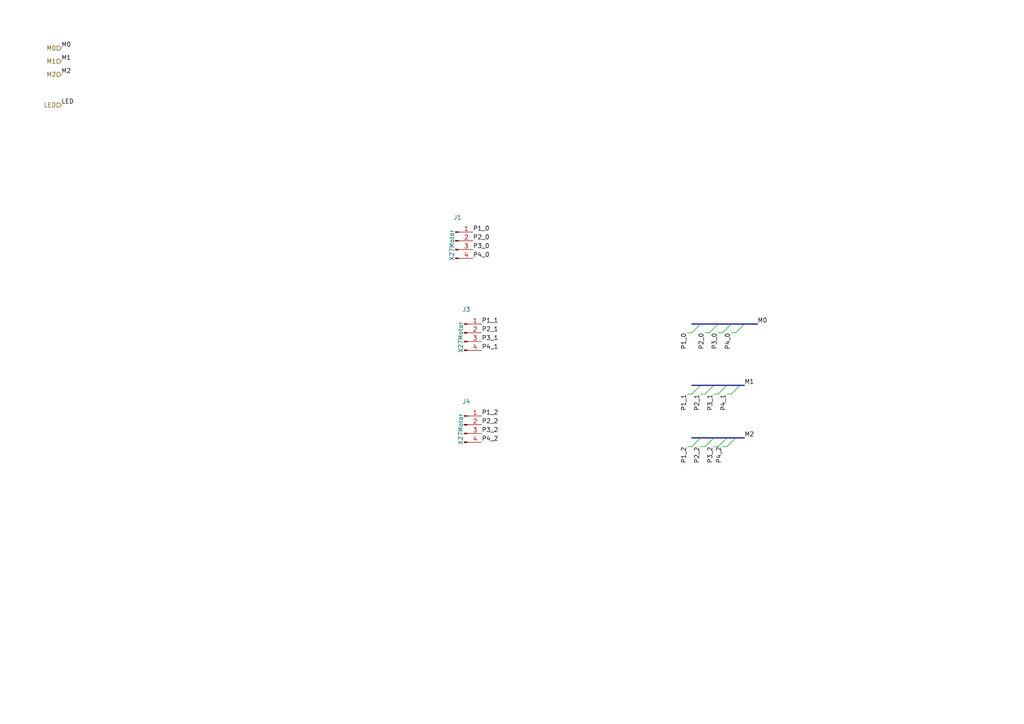
<source format=kicad_sch>
(kicad_sch (version 20231120) (generator "eeschema") (generator_version "8.0")
  (paper "A4")
  (lib_symbols
    (symbol "Connector:Conn_01x04_Pin" (pin_names (offset 1.016) hide)
      (property "Reference" "J" (at 0 5.08 0))
      (property "Value" "Conn_01x04_Pin" (at 0 -7.62 0))
      (symbol "Conn_01x04_Pin_1_1"
        (polyline (pts (xy 1.27 -5.08) (xy 0.8636 -5.08)) (stroke (width 0.1524)))
        (polyline (pts (xy 1.27 -2.54) (xy 0.8636 -2.54)) (stroke (width 0.1524)))
        (polyline (pts (xy 1.27 0) (xy 0.8636 0)) (stroke (width 0.1524)))
        (polyline (pts (xy 1.27 2.54) (xy 0.8636 2.54)) (stroke (width 0.1524)))
        (rectangle (start 0.8636 -4.953) (end 0 -5.207) (stroke (width 0.1524)) (fill (type outline)))
        (rectangle (start 0.8636 -2.413) (end 0 -2.667) (stroke (width 0.1524)) (fill (type outline)))
        (rectangle (start 0.8636 0.127) (end 0 -0.127) (stroke (width 0.1524)) (fill (type outline)))
        (rectangle (start 0.8636 2.667) (end 0 2.413) (stroke (width 0.1524)) (fill (type outline)))
        (pin passive line (at 5.08 2.54 180) (length 3.81) (name "Pin_1") (number "1"))
        (pin passive line (at 5.08 0 180) (length 3.81) (name "Pin_2") (number "2"))
        (pin passive line (at 5.08 -2.54 180) (length 3.81) (name "Pin_3") (number "3"))
        (pin passive line (at 5.08 -5.08 180) (length 3.81) (name "Pin_4") (number "4"))
      )
    )
  )
  (bus_entry (at 210.82 127) (size -2.54 2.54))
  (bus_entry (at 203.2 127) (size -2.54 2.54))
  (bus_entry (at 208.28 93.98) (size -2.54 2.54))
  (bus_entry (at 214.63 111.76) (size -2.54 2.54))
  (bus_entry (at 203.2 93.98) (size -2.54 2.54))
  (bus_entry (at 215.9 93.98) (size -2.54 2.54))
  (bus_entry (at 210.82 111.76) (size -2.54 2.54))
  (bus_entry (at 203.2 111.76) (size -2.54 2.54))
  (bus_entry (at 207.01 127) (size -2.54 2.54))
  (bus_entry (at 207.01 111.76) (size -2.54 2.54))
  (bus_entry (at 212.09 93.98) (size -2.54 2.54))
  (bus_entry (at 213.36 127) (size -2.54 2.54))
  (bus (pts (xy 200.66 111.76) (xy 203.2 111.76)))
  (wire (pts (xy 204.47 129.54) (xy 203.2 129.54)))
  (wire (pts (xy 204.47 114.3) (xy 203.2 114.3)))
  (wire (pts (xy 205.74 96.52) (xy 204.47 96.52)))
  (wire (pts (xy 212.09 114.3) (xy 210.82 114.3)))
  (bus (pts (xy 200.66 93.98) (xy 203.2 93.98)))
  (bus (pts (xy 203.2 111.76) (xy 207.01 111.76)))
  (bus (pts (xy 210.82 111.76) (xy 214.63 111.76)))
  (bus (pts (xy 212.09 93.98) (xy 215.9 93.98)))
  (wire (pts (xy 208.28 129.54) (xy 207.01 129.54)))
  (wire (pts (xy 200.66 129.54) (xy 199.39 129.54)))
  (bus (pts (xy 213.36 127) (xy 215.9 127)))
  (wire (pts (xy 209.55 96.52) (xy 208.28 96.52)))
  (bus (pts (xy 215.9 93.98) (xy 219.71 93.98)))
  (wire (pts (xy 200.66 96.52) (xy 199.39 96.52)))
  (bus (pts (xy 214.63 111.76) (xy 215.9 111.76)))
  (bus (pts (xy 203.2 93.98) (xy 208.28 93.98)))
  (bus (pts (xy 208.28 93.98) (xy 212.09 93.98)))
  (wire (pts (xy 200.66 114.3) (xy 199.39 114.3)))
  (wire (pts (xy 208.28 114.3) (xy 207.01 114.3)))
  (wire (pts (xy 213.36 96.52) (xy 212.09 96.52)))
  (bus (pts (xy 207.01 111.76) (xy 210.82 111.76)))
  (bus (pts (xy 210.82 127) (xy 213.36 127)))
  (wire (pts (xy 210.82 129.54) (xy 209.55 129.54)))
  (bus (pts (xy 203.2 127) (xy 207.01 127)))
  (bus (pts (xy 207.01 127) (xy 210.82 127)))
  (bus (pts (xy 200.66 127) (xy 203.2 127)))
  (label "P3_2" (at 207.01 129.54 270))
  (label "P3_0" (at 137.16 72.39 0))
  (label "P4_0" (at 137.16 74.93 0))
  (label "P3_0" (at 208.28 96.52 270))
  (label "P2_0" (at 204.47 96.52 270))
  (label "P1_0" (at 199.39 96.52 270))
  (label "M2" (at 17.78 21.59 0))
  (label "M0" (at 219.71 93.98 0))
  (label "P2_0" (at 137.16 69.85 0))
  (label "P2_1" (at 203.2 114.3 270))
  (label "M0" (at 17.78 13.97 0))
  (label "P4_1" (at 210.82 114.3 270))
  (label "P1_1" (at 139.7 93.98 0))
  (label "P1_0" (at 137.16 67.31 0))
  (label "P3_2" (at 139.7 125.73 0))
  (label "P2_2" (at 139.7 123.19 0))
  (label "M1" (at 215.9 111.76 0))
  (label "P4_2" (at 139.7 128.27 0))
  (label "P4_0" (at 212.09 96.52 270))
  (label "P1_2" (at 199.39 129.54 270))
  (label "P3_1" (at 207.01 114.3 270))
  (label "LED" (at 17.78 30.48 0))
  (label "P3_1" (at 139.7 99.06 0))
  (label "P2_2" (at 203.2 129.54 270))
  (label "M2" (at 215.9 127 0))
  (label "P1_1" (at 199.39 114.3 270))
  (label "P1_2" (at 139.7 120.65 0))
  (label "P2_1" (at 139.7 96.52 0))
  (label "M1" (at 17.78 17.78 0))
  (label "P4_2" (at 209.55 129.54 270))
  (label "P4_1" (at 139.7 101.6 0))
  (hierarchical_label "M1" (shape input) (at 17.78 17.78 180))
  (hierarchical_label "M2" (shape input) (at 17.78 21.59 180))
  (hierarchical_label "M0" (shape input) (at 17.78 13.97 180))
  (hierarchical_label "LED" (shape input) (at 17.78 30.48 180))
  (symbol (lib_id "Connector:Conn_01x04_Pin") (at 132.08 69.85 0) (unit 1)
    (property "Reference" "J1" (at 132.715 63.0893 0))
    (property "Value" "X27Motor" (at 131.064 71.12 90))
    (property "Footprint" "Library:X27-168" (effects (hide yes)))
    (property "Description" "Generic connector, single row, 01x04, script generated" (effects (hide yes)))
  )
  (symbol (lib_id "Connector:Conn_01x04_Pin") (at 134.62 96.52 0) (unit 1)
    (property "Reference" "J3" (at 135.255 89.7593 0))
    (property "Value" "X27Motor" (at 133.604 97.79 90))
    (property "Footprint" "Library:X27-168" (effects (hide yes)))
    (property "Description" "Generic connector, single row, 01x04, script generated" (effects (hide yes)))
  )
  (symbol (lib_id "Connector:Conn_01x04_Pin") (at 134.62 123.19 0) (unit 1)
    (property "Reference" "J4" (at 135.255 116.4293 0))
    (property "Value" "X27Motor" (at 133.604 124.46 90))
    (property "Footprint" "Library:X27-168" (effects (hide yes)))
    (property "Description" "Generic connector, single row, 01x04, script generated" (effects (hide yes)))
  )
)
</source>
